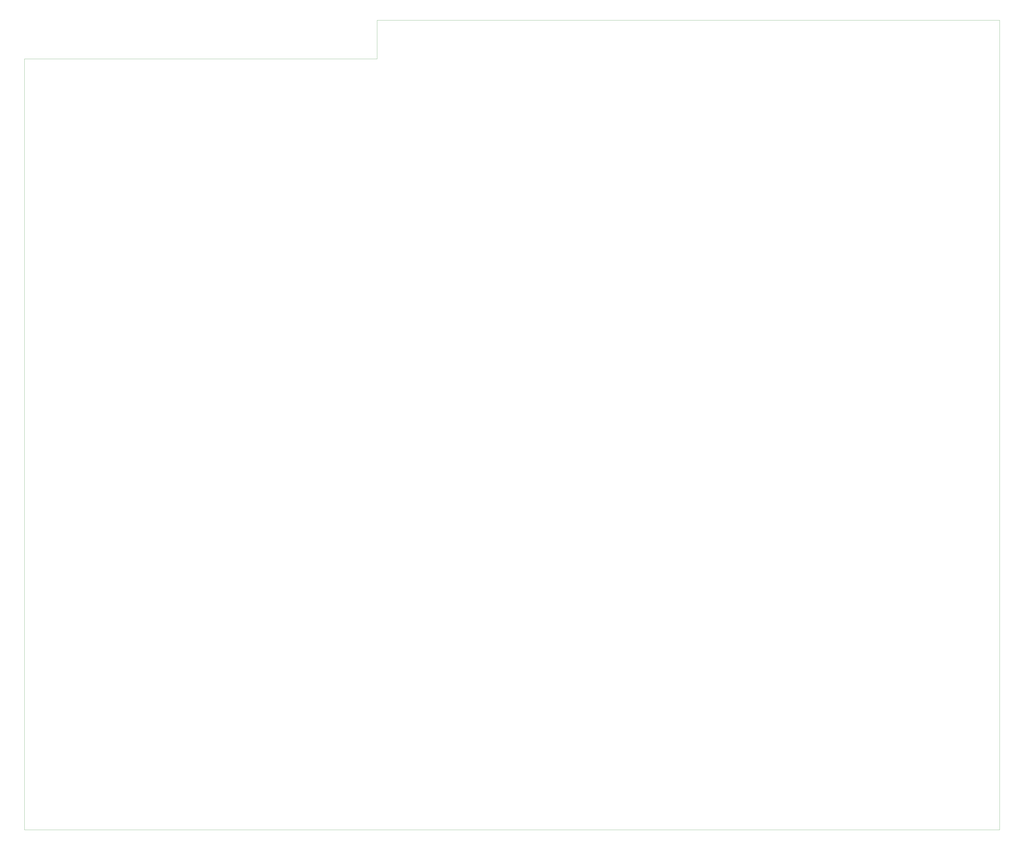
<source format=gbr>
G04 #@! TF.GenerationSoftware,KiCad,Pcbnew,(5.1.9)-1*
G04 #@! TF.CreationDate,2021-05-02T22:21:16+02:00*
G04 #@! TF.ProjectId,amiga2000,616d6967-6132-4303-9030-2e6b69636164,rev?*
G04 #@! TF.SameCoordinates,Original*
G04 #@! TF.FileFunction,Profile,NP*
%FSLAX46Y46*%
G04 Gerber Fmt 4.6, Leading zero omitted, Abs format (unit mm)*
G04 Created by KiCad (PCBNEW (5.1.9)-1) date 2021-05-02 22:21:16*
%MOMM*%
%LPD*%
G01*
G04 APERTURE LIST*
G04 #@! TA.AperFunction,Profile*
%ADD10C,0.050000*%
G04 #@! TD*
G04 APERTURE END LIST*
D10*
X456322000Y-375000000D02*
X456322000Y-29163100D01*
X40000000Y-375000000D02*
X456322000Y-375000000D01*
X40000000Y-45673100D02*
X40000000Y-375000000D01*
X190534700Y-45673100D02*
X40000000Y-45673100D01*
X190534700Y-29163100D02*
X190534700Y-45673100D01*
X456322000Y-29163100D02*
X190534700Y-29163100D01*
M02*

</source>
